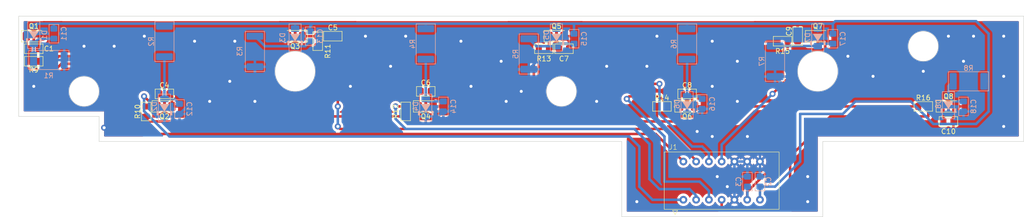
<source format=kicad_pcb>
(kicad_pcb (version 20221018) (generator pcbnew)
  (layers (0 "F.Cu" signal) (31 "B.Cu" signal) (34 "B.Paste" user) (35 "F.Paste" user) (36 "B.SilkS" user "B.Silkscreen") (37 "F.SilkS" user "F.Silkscreen") (38 "B.Mask" user) (39 "F.Mask" user) (44 "Edge.Cuts" user))
  (net 0 "")
  (net 1 "GNDA")
  (net 2 "/OUT1")
  (net 3 "/+24_LED_1")
  (net 4 "/+24_FT_1")
  (net 5 "/OUT2")
  (net 6 "/OUT3")
  (net 7 "/OUT4")
  (net 8 "/OUT5")
  (net 9 "/OUT6")
  (net 10 "/OUT7")
  (net 11 "/OUT8")
  (net 12 "Net-(D1-K)")
  (net 13 "Net-(D2-A)")
  (net 14 "Net-(D3-K)")
  (net 15 "Net-(D4-A)")
  (net 16 "Net-(D5-K)")
  (net 17 "Net-(D6-A)")
  (net 18 "Net-(D7-K)")
  (net 19 "Net-(D8-A)")
  (footprint "Diode_SMD:D_1206_3216Metric_Pad1.42x1.75mm_HandSolder" (layer "F.Cu") (at 189.0125 54)
    (fp_text reference "Q7")
    (fp_text value "PT91-21B/TR7")
  )
  (footprint "Diode_SMD:D_1206_3216Metric_Pad1.42x1.75mm_HandSolder" (layer "F.Cu") (at 85.0125 54 180)
    (fp_text reference "Q3")
    (fp_text value "PT91-21B/TR7")
  )
  (footprint "PCM_Resistor_SMD_AKL:R_0805_2012Metric_Pad1.20x1.40mm_HandSolder" (layer "F.Cu") (at 138.5 56.5)
    (fp_text reference "C7")
    (fp_text value "0.1uF 100V 0805")
  )
  (footprint "PCM_Resistor_SMD_AKL:R_0805_2012Metric_Pad1.20x1.40mm_HandSolder" (layer "F.Cu") (at 182 55)
    (fp_text reference "R15")
    (fp_text value "243 0805")
  )
  (footprint "PCM_Resistor_SMD_AKL:R_0805_2012Metric_Pad1.20x1.40mm_HandSolder" (layer "F.Cu") (at 33 56.5)
    (fp_text reference "C1")
    (fp_text value "0.1uF 100V 0805")
  )
  (footprint "PCM_Resistor_SMD_AKL:R_0805_2012Metric_Pad1.20x1.40mm_HandSolder" (layer "F.Cu") (at 107 69 90)
    (fp_text reference "R12")
    (fp_text value "243 0805")
  )
  (footprint "PCM_Resistor_SMD_AKL:R_0805_2012Metric_Pad1.20x1.40mm_HandSolder" (layer "F.Cu") (at 59 65.5)
    (fp_text reference "C4")
    (fp_text value "0.1uF 100V 0805")
  )
  (footprint "PCM_Resistor_SMD_AKL:R_0805_2012Metric_Pad1.20x1.40mm_HandSolder" (layer "F.Cu") (at 33 59 180)
    (fp_text reference "R9")
    (fp_text value "243 0805")
  )
  (footprint "PCM_Resistor_SMD_AKL:R_0805_2012Metric_Pad1.20x1.40mm_HandSolder" (layer "F.Cu") (at 55.375 69.025 90)
    (fp_text reference "R10")
    (fp_text value "243 0805")
  )
  (footprint "Diode_SMD:D_1206_3216Metric_Pad1.42x1.75mm_HandSolder" (layer "F.Cu") (at 111 68)
    (fp_text reference "Q4")
    (fp_text value "PT91-21B/TR7")
  )
  (footprint "Diode_SMD:D_1206_3216Metric_Pad1.42x1.75mm_HandSolder" (layer "F.Cu") (at 215.0125 68)
    (fp_text reference "Q8")
    (fp_text value "PT91-21B/TR7")
  )
  (footprint "PCM_Resistor_SMD_AKL:R_0805_2012Metric_Pad1.20x1.40mm_HandSolder" (layer "F.Cu") (at 163 65.5)
    (fp_text reference "C8")
    (fp_text value "0.1uF 100V 0805")
  )
  (footprint "Diode_SMD:D_1206_3216Metric_Pad1.42x1.75mm_HandSolder" (layer "F.Cu") (at 137.0125 54)
    (fp_text reference "Q5")
    (fp_text value "PT91-21B/TR7")
  )
  (footprint "PCM_Resistor_SMD_AKL:R_0805_2012Metric_Pad1.20x1.40mm_HandSolder" (layer "F.Cu") (at 158 68)
    (fp_text reference "R14")
    (fp_text value "243 0805")
  )
  (footprint "PCM_Resistor_SMD_AKL:R_0805_2012Metric_Pad1.20x1.40mm_HandSolder" (layer "F.Cu") (at 92.5 54)
    (fp_text reference "C5")
    (fp_text value "0.1uF 100V 0805")
  )
  (footprint "PCM_Resistor_SMD_AKL:R_0805_2012Metric_Pad1.20x1.40mm_HandSolder" (layer "F.Cu") (at 215 71)
    (fp_text reference "C10")
    (fp_text value "0.1uF 100V 0805")
  )
  (footprint "PCM_Resistor_SMD_AKL:R_0805_2012Metric_Pad1.20x1.40mm_HandSolder" (layer "F.Cu") (at 111 65)
    (fp_text reference "C6")
    (fp_text value "0.1uF 100V 0805")
  )
  (footprint "PCM_Resistor_SMD_AKL:R_0805_2012Metric_Pad1.20x1.40mm_HandSolder" (layer "F.Cu") (at 89.5 55 90)
    (fp_text reference "R11")
    (fp_text value "243 0805")
  )
  (footprint "Diode_SMD:D_1206_3216Metric_Pad1.42x1.75mm_HandSolder" (layer "F.Cu") (at 163.0125 68)
    (fp_text reference "Q6")
    (fp_text value "PT91-21B/TR7")
  )
  (footprint "PCM_Resistor_SMD_AKL:R_0805_2012Metric_Pad1.20x1.40mm_HandSolder" (layer "F.Cu") (at 134.5 56.5)
    (fp_text reference "R13")
    (fp_text value "243 0805")
  )
  (footprint "Diode_SMD:D_1206_3216Metric_Pad1.42x1.75mm_HandSolder" (layer "F.Cu") (at 59.0125 68)
    (fp_text reference "Q2")
    (fp_text value "PT91-21B/TR7")
  )
  (footprint "PCM_Resistor_SMD_AKL:R_0805_2012Metric_Pad1.20x1.40mm_HandSolder" (layer "F.Cu") (at 185 54 90)
    (fp_text reference "C9")
    (fp_text value "0.1uF 100V 0805")
  )
  (footprint "PCM_Resistor_SMD_AKL:R_0805_2012Metric_Pad1.20x1.40mm_HandSolder" (layer "F.Cu") (at 210 68)
    (fp_text reference "R16")
    (fp_text value "243 0805")
  )
  (footprint "Connector_IDC:DS1019-14NB2B" (layer "F.Cu") (at 162.26 79)
    (fp_text reference "J1")
    (fp_text value "DS1013-01-14RSiB-B (1)")
  )
  (footprint "Diode_SMD:D_1206_3216Metric_Pad1.42x1.75mm_HandSolder" (layer "F.Cu") (at 33.0125 54)
    (fp_text reference "Q1")
    (fp_text value "PT91-21B/TR7")
  )
  (footprint "PCM_Resistor_SMD_AKL:R_0805_2012Metric_Pad1.20x1.40mm_HandSolder" (layer "B.Cu") (at 37 53.5 -90)
    (fp_text reference "C11")
    (fp_text value "0.1uF 100V 0805")
  )
  (footprint "PCM_Resistor_SMD_AKL:R_2512_6332Metric_Pad1.40x3.35mm_HandSolder" (layer "B.Cu") (at 131.5 57.55 -90)
    (fp_text reference "R5")
    (fp_text value "122 2512")
  )
  (footprint "PCM_Diode_SMD_Handsoldering_AKL:D_MiniMELF" (layer "B.Cu") (at 215 67.75 90)
    (fp_text reference "D8")
    (fp_text value "TSML1020" hide)
  )
  (footprint "PCM_Resistor_SMD_AKL:R_0805_2012Metric_Pad1.20x1.40mm_HandSolder" (layer "B.Cu") (at 166 67.5 -90)
    (fp_text reference "C16")
    (fp_text value "0.1uF 100V 0805")
  )
  (footprint "PCM_Resistor_SMD_AKL:R_0805_2012Metric_Pad1.20x1.40mm_HandSolder" (layer "B.Cu") (at 88 54 -90)
    (fp_text reference "C13")
    (fp_text value "0.1uF 100V 0805")
  )
  (footprint "PCM_Resistor_SMD_AKL:R_2512_6332Metric_Pad1.40x3.35mm_HandSolder" (layer "B.Cu") (at 163 55.55 -90)
    (fp_text reference "R6")
    (fp_text value "122 2512")
  )
  (footprint "PCM_Diode_SMD_Handsoldering_AKL:D_MiniMELF" (layer "B.Cu") (at 163 67.75 90)
    (fp_text reference "D6")
    (fp_text value "TSML1020" hide)
  )
  (footprint "PCM_Diode_SMD_Handsoldering_AKL:D_MiniMELF" (layer "B.Cu") (at 111 68.25 90)
    (fp_text reference "D4")
    (fp_text value "TSML1020" hide)
  )
  (footprint "PCM_Resistor_SMD_AKL:R_0805_2012Metric_Pad1.20x1.40mm_HandSolder" (layer "B.Cu") (at 192 54.5 -90)
    (fp_text reference "C17")
    (fp_text value "0.1uF 100V 0805")
  )
  (footprint "PCM_Resistor_SMD_AKL:R_0805_2012Metric_Pad1.20x1.40mm_HandSolder" (layer "B.Cu") (at 218 68 -90)
    (fp_text reference "C18")
    (fp_text value "0.1uF 100V 0805")
  )
  (footprint "PCM_Resistor_SMD_AKL:R_0805_2012Metric_Pad1.20x1.40mm_HandSolder" (layer "B.Cu") (at 62 68.5 -90)
    (fp_text reference "C12")
    (fp_text value "0.1uF 100V 0805")
  )
  (footprint "PCM_Resistor_SMD_AKL:R_2512_6332Metric_Pad1.40x3.35mm_HandSolder" (layer "B.Cu") (at 219 63 180)
    (fp_text reference "R8")
    (fp_text value "122 2512")
  )
  (footprint "PCM_Resistor_SMD_AKL:R_0805_2012Metric_Pad1.20x1.40mm_HandSolder" (layer "B.Cu") (at 175 83 90)
    (fp_text reference "C3")
    (fp_text value "0.1uF 100V 0805")
  )
  (footprint "PCM_Resistor_SMD_AKL:R_2512_6332Metric_Pad1.40x3.35mm_HandSolder" (layer "B.Cu") (at 180.5 59 -90)
    (fp_text reference "R7")
    (fp_text value "122 2512")
  )
  (footprint "PCM_Resistor_SMD_AKL:R_0805_2012Metric_Pad1.20x1.40mm_HandSolder" (layer "B.Cu") (at 177.5 83 90)
    (fp_text reference "C2")
    (fp_text value "0.1uF 100V 0805")
  )
  (footprint "PCM_Resistor_SMD_AKL:R_2512_6332Metric_Pad1.40x3.35mm_HandSolder" (layer "B.Cu") (at 59 55.05 -90)
    (fp_text reference "R2")
    (fp_text value "122 2512")
  )
  (footprint "PCM_Resistor_SMD_AKL:R_2512_6332Metric_Pad1.40x3.35mm_HandSolder" (layer "B.Cu") (at 36 58.75)
    (fp_text reference "R1")
    (fp_text value "122 2512")
  )
  (footprint "PCM_Diode_SMD_Handsoldering_AKL:D_MiniMELF" (layer "B.Cu") (at 59 68.25 90)
    (fp_text reference "D2")
    (fp_text value "TSML1020" hide)
  )
  (footprint "PCM_Diode_SMD_Handsoldering_AKL:D_MiniMELF" (layer "B.Cu") (at 137 54.25 90)
    (fp_text reference "D5")
    (fp_text value "TSML1020" hide)
  )
  (footprint "PCM_Resistor_SMD_AKL:R_2512_6332Metric_Pad1.40x3.35mm_HandSolder" (layer "B.Cu") (at 111 55.55 -90)
    (fp_text reference "R4")
    (fp_text value "122 2512")
  )
  (footprint "PCM_Diode_SMD_Handsoldering_AKL:D_MiniMELF" (layer "B.Cu") (at 33 53.75 90)
    (fp_text reference "D1")
    (fp_text value "TSML1020" hide)
  )
  (footprint "PCM_Resistor_SMD_AKL:R_0805_2012Metric_Pad1.20x1.40mm_HandSolder" (layer "B.Cu") (at 140.5 54.5 -90)
    (fp_text reference "C15")
    (fp_text value "0.1uF 100V 0805")
  )
  (footprint "PCM_Diode_SMD_Handsoldering_AKL:D_MiniMELF" (layer "B.Cu") (at 189 54.25 90)
    (fp_text reference "D7")
    (fp_text value "TSML1020" hide)
  )
  (footprint "PCM_Diode_SMD_Handsoldering_AKL:D_MiniMELF" (layer "B.Cu") (at 85 54.25 90)
    (fp_text reference "D3")
    (fp_text value "TSML1020" hide)
  )
  (footprint "PCM_Resistor_SMD_AKL:R_2512_6332Metric_Pad1.40x3.35mm_HandSolder" (layer "B.Cu") (at 77 57.05 -90)
    (fp_text reference "R3")
    (fp_text value "122 2512")
  )
  (footprint "PCM_Resistor_SMD_AKL:R_0805_2012Metric_Pad1.20x1.40mm_HandSolder" (layer "B.Cu") (at 114.5 68 -90)
    (fp_text reference "C14")
    (fp_text value "0.1uF 100V 0805")
  )
  (gr_line (start 30 70) (end 30 50) (stroke (width 0.1)) (layer "Edge.Cuts"))
  (gr_line (start 230 50) (end 230 75) (stroke (width 0.1)) (layer "Edge.Cuts"))
  (gr_line (start 190 75) (end 190 90) (stroke (width 0.1)) (layer "Edge.Cuts"))
  (gr_line (start 30 70) (end 46 70) (stroke (width 0.1)) (layer "Edge.Cuts"))
  (gr_line (start 46 70) (end 46 75) (stroke (width 0.1)) (layer "Edge.Cuts"))
  (gr_circle (center 43 65) (end 46 65) (stroke (width 0.1)) (fill none) (layer "Edge.Cuts"))
  (gr_circle (center 189 61) (end 193 61) (stroke (width 0.1)) (fill none) (layer "Edge.Cuts"))
  (gr_circle (center 138 65) (end 141 65) (stroke (width 0.1)) (fill none) (layer "Edge.Cuts"))
  (gr_line (start 30 50) (end 230 50) (stroke (width 0.1)) (layer "Edge.Cuts"))
  (gr_line (start 150 75) (end 46 75) (stroke (width 0.1)) (layer "Edge.Cuts"))
  (gr_circle (center 210 56) (end 213 56) (stroke (width 0.1)) (fill none) (layer "Edge.Cuts"))
  (gr_line (start 230 75) (end 190 75) (stroke (width 0.1)) (layer "Edge.Cuts"))
  (gr_circle (center 85 61) (end 89 61) (stroke (width 0.1)) (fill none) (layer "Edge.Cuts"))
  (gr_line (start 150 90) (end 150 75) (stroke (width 0.1)) (layer "Edge.Cuts"))
  (gr_line (start 190 90) (end 150 90) (stroke (width 0.1)) (layer "Edge.Cuts"))
  (segment (start 216 68.5) (end 216.5 68) (width 0.5) (layer "F.Cu") (net 1))
  (segment (start 190.5 51.5) (end 194 51.5) (width 1) (layer "F.Cu") (net 1))
  (segment (start 164 65.5) (end 164 64) (width 0.5) (layer "F.Cu") (net 1))
  (segment (start 185 53) (end 185 51.5) (width 0.5) (layer "F.Cu") (net 1))
  (segment (start 83.525 54) (end 83.525 51.525) (width 0.5) (layer "F.Cu") (net 1))
  (segment (start 97 59.5) (end 100.5 63) (width 1) (layer "F.Cu") (net 1))
  (segment (start 176.5 51.5) (end 185 51.5) (width 1) (layer "F.Cu") (net 1))
  (segment (start 60 65.5) (end 60 64) (width 0.5) (layer "F.Cu") (net 1))
  (segment (start 93.5 52) (end 93 51.5) (width 0.5) (layer "F.Cu") (net 1))
  (segment (start 67 57) (end 76.5 57) (width 1) (layer "F.Cu") (net 1))
  (segment (start 215.5 64.5) (end 216.5 65.5) (width 1) (layer "F.Cu") (net 1))
  (segment (start 34.5 52) (end 34.5 54) (width 1) (layer "F.Cu") (net 1))
  (segment (start 112 63) (end 116 63) (width 1) (layer "F.Cu") (net 1))
  (segment (start 127.5 51.5) (end 138.5 51.5) (width 1) (layer "F.Cu") (net 1))
  (segment (start 139.5 55) (end 138.5 54) (width 0.5) (layer "F.Cu") (net 1))
  (segment (start 216 71) (end 216 68.5) (width 0.5) (layer "F.Cu") (net 1))
  (segment (start 207 64.5) (end 215.5 64.5) (width 1) (layer "F.Cu") (net 1))
  (segment (start 100.5 63) (end 112 63) (width 1) (layer "F.Cu") (net 1))
  (segment (start 164 67.5) (end 164.5 68) (width 0.5) (layer "F.Cu") (net 1))
  (segment (start 34 54.5) (end 34.5 54) (width 0.5) (layer "F.Cu") (net 1))
  (segment (start 60.5 68) (end 60.5 66) (width 0.5) (layer "F.Cu") (net 1))
  (segment (start 34 56.5) (end 34 54.5) (width 0.5) (layer "F.Cu") (net 1))
  (segment (start 142 51.5) (end 146 55.5) (width 1) (layer "F.Cu") (net 1))
  (segment (start 50.5 54.5) (end 41.5 54.5) (width 1) (layer "F.Cu") (net 1))
  (segment (start 185 51.5) (end 190.5 51.5) (width 1) (layer "F.Cu") (net 1))
  (segment (start 60 64) (end 67 57) (width 1) (layer "F.Cu") (net 1))
  (segment (start 93.5 54) (end 93.5 52) (width 0.5) (layer "F.Cu") (net 1))
  (segment (start 93 51.5) (end 97 51.5) (width 1) (layer "F.Cu") (net 1))
  (segment (start 164 64) (end 176.5 51.5) (width 1) (layer "F.Cu") (net 1))
  (segment (start 190.5 55) (end 190.5 51.5) (width 0.5) (layer "F.Cu") (net 1))
  (segment (start 112 65) (end 112 67.5125) (width 0.5) (layer "F.Cu") (net 1))
  (segment (start 83.525 51.525) (end 83.5 51.5) (width 0.5) (layer "F.Cu") (net 1))
  (segment (start 60.5 66) (end 60 65.5) (width 0.5) (layer "F.Cu") (net 1))
  (segment (start 97 51.5) (end 97 59.5) (width 1) (layer "F.Cu") (net 1))
  (segment (start 82 51.5) (end 83.5 51.5) (width 1) (layer "F.Cu") (net 1))
  (segment (start 76.5 57) (end 82 51.5) (width 1) (layer "F.Cu") (net 1))
  (segment (start 41.5 54.5) (end 38.5 51.5) (width 1) (layer "F.Cu") (net 1))
  (segment (start 138.5 54) (end 138.5 51.5) (width 0.5) (layer "F.Cu") (net 1))
  (segment (start 139.5 56.5) (end 139.5 55) (width 0.5) (layer "F.Cu") (net 1))
  (segment (start 138.5 51.5) (end 142 51.5) (width 1) (layer "F.Cu") (net 1))
  (segment (start 146 55.5) (end 155.5 55.5) (width 1) (layer "F.Cu") (net 1))
  (segment (start 155.5 55.5) (end 164 64) (width 1) (layer "F.Cu") (net 1))
  (segment (start 194 51.5) (end 207 64.5) (width 1) (layer "F.Cu") (net 1))
  (segment (start 216.5 65.5) (end 216.5 68) (width 1) (layer "F.Cu") (net 1))
  (segment (start 38.5 51.5) (end 35 51.5) (width 1) (layer "F.Cu") (net 1))
  (segment (start 116 63) (end 127.5 51.5) (width 1) (layer "F.Cu") (net 1))
  (segment (start 83.5 51.5) (end 93 51.5) (width 1) (layer "F.Cu") (net 1))
  (segment (start 35 51.5) (end 34.5 52) (width 1) (layer "F.Cu") (net 1))
  (segment (start 112 63) (end 112 65) (width 0.5) (layer "F.Cu") (net 1))
  (segment (start 164 65.5) (end 164 67.5) (width 0.5) (layer "F.Cu") (net 1))
  (segment (start 60 64) (end 50.5 54.5) (width 1) (layer "F.Cu") (net 1))
  (segment (start 112 67.5125) (end 112.4875 68) (width 0.5) (layer "F.Cu") (net 1))
  (via (at 226 62) (size 1.2) (drill 0.6) (layers "F.Cu" "B.Cu") (net 1))
  (via (at 220 54) (size 1.2) (drill 0.6) (layers "F.Cu" "B.Cu") (net 1))
  (via (at 168 55) (size 1.2) (drill 0.6) (layers "F.Cu" "B.Cu") (net 1))
  (via (at 165 73) (size 1.2) (drill 0.6) (layers "F.Cu" "B.Cu") (net 1))
  (via (at 118 55) (size 1.2) (drill 0.6) (layers "F.Cu" "B.Cu") (net 1))
  (via (at 120 64) (size 1.2) (drill 0.6) (layers "F.Cu" "B.Cu") (net 1))
  (via (at 187 87) (size 1.2) (drill 0.6) (layers "F.Cu" "B.Cu") (net 1))
  (via (at 96 64) (size 1.2) (drill 0.6) (layers "F.Cu" "B.Cu") (net 1))
  (via (at 99 54) (size 1.2) (drill 0.6) (layers "F.Cu" "B.Cu") (net 1))
  (via (at 218 59) (size 1.2) (drill 0.6) (layers "F.Cu" "B.Cu") (net 1))
  (via (at 107 54) (size 1.2) (drill 0.6) (layers "F.Cu" "B.Cu") (net 1))
  (via (at 145 67) (size 1.2) (drill 0.6) (layers "F.Cu" "B.Cu") (net 1))
  (via (at 72 63) (size 1.2) (drill 0.6) (layers "F.Cu" "B.Cu") (net 1))
  (via (at 226 72) (size 1.2) (drill 0.6) (layers "F.Cu" "B.Cu") (net 1))
  (via (at 171 84) (size 1.2) (drill 0.6) (layers "F.Cu" "B.Cu") (net 1))
  (via (at 195 58) (size 1.2) (drill 0.6) (layers "F.Cu" "B.Cu") (net 1))
  (via (at 127 67) (size 1.2) (drill 0.6) (layers "F.Cu" "B.Cu") (net 1))
  (via (at 126 59) (size 1.2) (drill 0.6) (layers "F.Cu" "B.Cu") (net 1))
  (via (at 55 54) (size 1.2) (drill 0.6) (layers "F.Cu" "B.Cu") (net 1))
  (via (at 73 55) (size 1.2) (drill 0.6) (layers "F.Cu" "B.Cu") (net 1))
  (via (at 173 67) (size 1.2) (drill 0.6) (layers "F.Cu" "B.Cu") (net 1))
  (via (at 47 72.25) (size 1.2) (drill 0.6) (layers "F.Cu" "B.Cu") (net 1))
  (via (at 49 56) (size 1.2) (drill 0.6) (layers "F.Cu" "B.Cu") (net 1))
  (via (at 215 54) (size 1.2) (drill 0.6) (layers "F.Cu" "B.Cu") (net 1))
  (via (at 130 65) (size 1.2) (drill 0.6) (layers "F.Cu" "B.Cu") (net 1))
  (via (at 157 54) (size 1.2) (drill 0.6) (layers "F.Cu" "B.Cu") (net 1))
  (via (at 77 67) (size 1.2) (drill 0.6) (layers "F.Cu" "B.Cu") (net 1))
  (via (at 226 54) (size 1.2) (drill 0.6) (layers "F.Cu" "B.Cu") (net 1))
  (via (at 153 87) (size 1.2) (drill 0.6) (layers "F.Cu" "B.Cu") (net 1))
  (via (at 147 60) (size 1.2) (drill 0.6) (layers "F.Cu" "B.Cu") (net 1))
  (via (at 168 64) (size 1.2) (drill 0.6) (layers "F.Cu" "B.Cu") (net 1))
  (via (at 65 55) (size 1.2) (drill 0.6) (layers "F.Cu" "B.Cu") (net 1))
  (via (at 173 59) (size 1.2) (drill 0.6) (layers "F.Cu" "B.Cu") (net 1))
  (via (at 168 74) (size 1.2) (drill 0.6) (layers "F.Cu" "B.Cu") (net 1))
  (via (at 175 74) (size 1.2) (drill 0.6) (layers "F.Cu" "B.Cu") (net 1))
  (via (at 155 60) (size 1.2) (drill 0.6) (layers "F.Cu" "B.Cu") (net 1))
  (via (at 210 61) (size 1.2) (drill 0.6) (layers "F.Cu" "B.Cu") (net 1))
  (via (at 33 64) (size 1.2) (drill 0.6) (layers "F.Cu" "B.Cu") (net 1))
  (via (at 68 67) (size 1.2) (drill 0.6) (layers "F.Cu" "B.Cu") (net 1))
  (via (at 169 82) (size 1.2) (drill 0.6) (layers "F.Cu" "B.Cu") (net 1))
  (via (at 104 60) (size 1.2) (drill 0.6) (layers "F.Cu" "B.Cu") (net 1))
  (via (at 200 62) (size 1.2) (drill 0.6) (layers "F.Cu" "B.Cu") (net 1))
  (via (at 187 82) (size 1.2) (drill 0.6) (layers "F.Cu" "B.Cu") (net 1))
  (via (at 43 56) (size 1.2) (drill 0.6) (layers "F.Cu" "B.Cu") (net 1))
  (segment (start 114.5 69) (end 115.5 69) (width 0.5) (layer "B.Cu") (net 1))
  (segment (start 172.42 79) (end 172.42 86.62) (width 0.5) (layer "B.Cu") (net 1))
  (segment (start 76.9 60) (end 77 60.1) (width 0.5) (layer "B.Cu") (net 1))
  (segment (start 66.5 62) (end 68.5 60) (width 0.5) (layer "B.Cu") (net 1))
  (segment (start 61.5 70) (end 62 69.5) (width 0.5) (layer "B.Cu") (net 1))
  (segment (start 180.5 62.05) (end 184.975 66.525) (width 0.5) (layer "B.Cu") (net 1))
  (segment (start 185.95 67.5) (end 193.5 67.5) (width 0.5) (layer "B.Cu") (net 1))
  (segment (start 173.95 62.05) (end 180.5 62.05) (width 0.5) (layer "B.Cu") (net 1))
  (segment (start 215 69.5) (end 217.5 69.5) (width 0.5) (layer "B.Cu") (net 1))
  (segment (start 167.5 68.5) (end 173.95 62.05) (width 0.5) (layer "B.Cu") (net 1))
  (segment (start 107.5 66.5) (end 111 70) (width 0.5) (layer "B.Cu") (net 1))
  (segment (start 213.5 69.5) (end 215 69.5) (width 0.5) (layer "B.Cu") (net 1))
  (segment (start 57.5 70) (end 59 70) (width 0.5) (layer "B.Cu") (net 1))
  (segment (start 117 67.5) (end 122.5 67.5) (width 0.5) (layer "B.Cu") (net 1))
  (segment (start 177.5 79) (end 177.5 74) (width 0.5) (layer "B.Cu") (net 1))
  (segment (start 115.5 69) (end 117 67.5) (width 0.5) (layer "B.Cu") (net 1))
  (segment (start 163 69.5) (end 165 69.5) (width 0.5) (layer "B.Cu") (net 1))
  (segment (start 196 65) (end 209 65) (width 0.5) (layer "B.Cu") (net 1))
  (segment (start 162 69.5) (end 163 69.5) (width 0.5) (layer "B.Cu") (net 1))
  (segment (start 160 67.5) (end 162 69.5) (width 0.5) (layer "B.Cu") (net 1))
  (segment (start 57 61) (end 57 69.5) (width 0.5) (layer "B.Cu") (net 1))
  (segment (start 122.5 67.5) (end 129.4 60.6) (width 0.5) (layer "B.Cu") (net 1))
  (segment (start 175 82) (end 175 79.04) (width 0.5) (layer "B.Cu") (net 1))
  (segment (start 177.5 79) (end 177.5 82) (width 0.5) (layer "B.Cu") (net 1))
  (segment (start 66.5 65) (end 66.5 62) (width 0.5) (layer "B.Cu") (net 1))
  (segment (start 68.5 60) (end 76.9 60) (width 0.5) (layer "B.Cu") (net 1))
  (segment (start 39.05 58.5) (end 54.5 58.5) (width 0.5) (layer "B.Cu") (net 1))
  (segment (start 111 70) (end 113.5 70) (width 0.5) (layer "B.Cu") (net 1))
  (segment (start 209 65) (end 213.5 69.5) (width 0.5) (layer "B.Cu") (net 1))
  (segment (start 54.5 58.5) (end 57 61) (width 0.5) (layer "B.Cu") (net 1))
  (segment (start 113.5 70) (end 114.5 69) (width 0.5) (layer "B.Cu") (net 1))
  (segment (start 80.5 66.5) (end 107.5 66.5) (width 0.5) (layer "B.Cu") (net 1))
  (segment (start 172.42 79) (end 174.96 79) (width 0.5) (layer "B.Cu") (net 1))
  (segment (start 131.5 60.6) (end 133.6 58.5) (width 0.5) (layer "B.Cu") (net 1))
  (segment (start 159 58.5) (end 160 59.5) (width 0.5) (layer "B.Cu") (net 1))
  (segment (start 166 68.5) (end 167.5 68.5) (width 0.5) (layer "B.Cu") (net 1))
  (segment (start 175 79.04) (end 174.96 79) (width 0.5) (layer "B.Cu") (net 1))
  (segment (start 184.975 66.525) (end 185.95 67.5) (width 0.5) (layer "B.Cu") (net 1))
  (segment (start 129.4 60.6) (end 131.5 60.6) (width 0.5) (layer "B.Cu") (net 1))
  (segment (start 77 63) (end 80.5 66.5) (width 0.5) (layer "B.Cu") (net 1))
  (segment (start 133.6 58.5) (end 159 58.5) (width 0.5) (layer "B.Cu") (net 1))
  (segment (start 177.5 74) (end 184.975 66.525) (width 0.5) (layer "B.Cu") (net 1))
  (segment (start 217.5 69.5) (end 218 69) (width 0.5) (layer "B.Cu") (net 1))
  (segment (start 62 69.5) (end 66.5 65) (width 0.5) (layer "B.Cu") (net 1))
  (segment (start 59 70) (end 61.5 70) (width 0.5) (layer "B.Cu") (net 1))
  (segment (start 57 69.5) (end 57.5 70) (width 0.5) (layer "B.Cu") (net 1))
  (segment (start 165 69.5) (end 166 68.5) (width 0.5) (layer "B.Cu") (net 1))
  (segment (start 77 60.1) (end 77 63) (width 0.5) (layer "B.Cu") (net 1))
  (segment (start 160 59.5) (end 160 67.5) (width 0.5) (layer "B.Cu") (net 1))
  (segment (start 193.5 67.5) (end 196 65) (width 0.5) (layer "B.Cu") (net 1))
  (segment (start 32 59) (end 34 61) (width 0.5) (layer "F.Cu") (net 2))
  (segment (start 38.494975 59.5) (end 46.5 59.5) (width 0.5) (layer "F.Cu") (net 2))
  (segment (start 50 68) (end 55.5 73.5) (width 0.5) (layer "F.Cu") (net 2))
  (segment (start 34 61) (end 36.994975 61) (width 0.5) (layer "F.Cu") (net 2))
  (segment (start 36.994975 61) (end 38.494975 59.5) (width 0.5) (layer "F.Cu") (net 2))
  (segment (start 46.5 59.5) (end 50 63) (width 0.5) (layer "F.Cu") (net 2))
  (segment (start 50 63) (end 50 68) (width 0.5) (layer "F.Cu") (net 2))
  (segment (start 31.525 54) (end 31.525 56.025) (width 0.5) (layer "F.Cu") (net 2))
  (segment (start 31.525 56.025) (end 32 56.5) (width 0.5) (layer "F.Cu") (net 2))
  (segment (start 156.76 73.5) (end 162.26 79) (width 0.5) (layer "F.Cu") (net 2))
  (segment (start 55.5 73.5) (end 156.76 73.5) (width 0.5) (layer "F.Cu") (net 2))
  (segment (start 32 56.5) (end 32 59) (width 0.5) (layer "F.Cu") (net 2))
  (segment (start 223 63) (end 223 53.5) (width 0.5) (layer "B.Cu") (net 3))
  (segment (start 85 51.5) (end 88.5 51.5) (width 0.5) (layer "B.Cu") (net 3))
  (segment (start 220.5 71.5) (end 223 69) (width 0.5) (layer "B.Cu") (net 3))
  (segment (start 192.5 51) (end 192 51.5) (width 0.5) (layer "B.Cu") (net 3))
  (segment (start 196.5 67) (end 207.5 67) (width 0.5) (layer "B.Cu") (net 3))
  (segment (start 180.5 84) (end 185.5 79) (width 0.5) (layer "B.Cu") (net 3))
  (segment (start 207.5 67) (end 212 71.5) (width 0.5) (layer "B.Cu") (net 3))
  (segment (start 212 71.5) (end 220.5 71.5) (width 0.5) (layer "B.Cu") (net 3))
  (segment (start 222.05 63) (end 223 63) (width 0.5) (layer "B.Cu") (net 3))
  (segment (start 192 53.5) (end 192 51.5) (width 0.5) (layer "B.Cu") (net 3))
  (segment (start 37 52.5) (end 37 51.5) (width 0.5) (layer "B.Cu") (net 3))
  (segment (start 140.5 53.5) (end 140.5 51.5) (width 0.5) (layer "B.Cu") (net 3))
  (segment (start 185.5 79) (end 185.5 69.5) (width 0.5) (layer "B.Cu") (net 3))
  (segment (start 85 52.5) (end 85 51.5) (width 0.5) (layer "B.Cu") (net 3))
  (segment (start 88 52) (end 88.5 51.5) (width 0.5) (layer "B.Cu") (net 3))
  (segment (start 111 52.5) (end 111 51.5) (width 0.5) (layer "B.Cu") (net 3))
  (segment (start 177.5 84) (end 180.5 84) (width 0.5) (layer "B.Cu") (net 3))
  (segment (start 88.5 51.5) (end 111 51.5) (width 0.5) (layer "B.Cu") (net 3))
  (segment (start 194 69.5) (end 196.5 67) (width 0.5) (layer "B.Cu") (net 3))
  (segment (start 33.5 51.5) (end 37 51.5) (width 0.5) (layer "B.Cu") (net 3))
  (segment (start 223 69) (end 223 63) (width 0.5) (layer "B.Cu") (net 3))
  (segment (start 163 52.5) (end 163 51.5) (width 0.5) (layer "B.Cu") (net 3))
  (segment (start 163 51.5) (end 189 51.5) (width 0.5) (layer "B.Cu") (net 3))
  (segment (start 185.5 69.5) (end 194 69.5) (width 0.5) (layer "B.Cu") (net 3))
  (segment (start 177.5 86.62) (end 177.5 84) (width 0.5) (layer "B.Cu") (net 3))
  (segment (start 220.5 51) (end 192.5 51) (width 0.5) (layer "B.Cu") (net 3))
  (segment (start 223 53.5) (end 220.5 51) (width 0.5) (layer "B.Cu") (net 3))
  (segment (start 111 51.5) (end 137 51.5) (width 0.5) (layer "B.Cu") (net 3))
  (segment (start 189 53) (end 189 51.5) (width 0.5) (layer "B.Cu") (net 3))
  (segment (start 88 53) (end 88 52) (width 0.5) (layer "B.Cu") (net 3))
  (segment (start 33 52) (end 33.5 51.5) (width 0.5) (layer "B.Cu") (net 3))
  (segment (start 37 51.5) (end 85 51.5) (width 0.5) (layer "B.Cu") (net 3))
  (segment (start 137 52.5) (end 137 51.5) (width 0.5) (layer "B.Cu") (net 3))
  (segment (start 137 51.5) (end 140.5 51.5) (width 0.5) (layer "B.Cu") (net 3))
  (segment (start 140.5 51.5) (end 163 51.5) (width 0.5) (layer "B.Cu") (net 3))
  (segment (start 189 51.5) (end 192 51.5) (width 0.5) (layer "B.Cu") (net 3))
  (segment (start 133 70.5) (end 107.5 70.5) (width 0.5) (layer "F.Cu") (net 4))
  (segment (start 91 57) (end 91 70) (width 0.5) (layer "F.Cu") (net 4))
  (segment (start 107.5 70.5) (end 107 70) (width 0.5) (layer "F.Cu") (net 4))
  (segment (start 132.5 70.5) (end 133 70.5) (width 0.5) (layer "F.Cu") (net 4))
  (segment (start 173 71) (end 133.5 71) (width 0.5) (layer "F.Cu") (net 4))
  (segment (start 209 68) (end 180 68) (width 0.5) (layer "F.Cu") (net 4))
  (segment (start 132.5 57.5) (end 132.5 70.5) (width 0.5) (layer "F.Cu") (net 4))
  (segment (start 180 68) (end 176 68) (width 0.5) (layer "F.Cu") (net 4))
  (segment (start 90 56) (end 91 57) (width 0.5) (layer "F.Cu") (net 4))
  (segment (start 174.96 85.04) (end 180 80) (width 0.5) (layer "F.Cu") (net 4))
  (segment (start 157 68) (end 157 71) (width 0.5) (layer "F.Cu") (net 4))
  (segment (start 53 68.25) (end 55.75 71) (width 0.5) (layer "F.Cu") (net 4))
  (segment (start 133.5 56.5) (end 132.5 57.5) (width 0.5) (layer "F.Cu") (net 4))
  (segment (start 92.5 70) (end 107 70) (width 0.5) (layer "F.Cu") (net 4))
  (segment (start 38 58) (end 48.98995 58) (width 0.5) (layer "F.Cu") (net 4))
  (segment (start 180 80) (end 180 68) (width 0.5) (layer "F.Cu") (net 4))
  (segment (start 174.96 86.62) (end 174.96 85.04) (width 0.5) (layer "F.Cu") (net 4))
  (segment (start 177 55) (end 181 55) (width 0.5) (layer "F.Cu") (net 4))
  (segment (start 53 62.01005) (end 53 68.25) (width 0.5) (layer "F.Cu") (net 4))
  (segment (start 89.5 56) (end 90 56) (width 0.5) (layer "F.Cu") (net 4))
  (segment (start 91 70) (end 92.5 70) (width 0.5) (layer "F.Cu") (net 4))
  (segment (start 48.98995 58) (end 53 62.01005) (width 0.5) (layer "F.Cu") (net 4))
  (segment (start 34 59) (end 37 59) (width 0.5) (layer "F.Cu") (net 4))
  (segment (start 133.5 71) (end 133 70.5) (width 0.5) (layer "F.Cu") (net 4))
  (segment (start 37 59) (end 38 58) (width 0.5) (layer "F.Cu") (net 4))
  (segment (start 176 68) (end 176 56) (width 0.5) (layer "F.Cu") (net 4))
  (segment (start 176 68) (end 173 71) (width 0.5) (layer "F.Cu") (net 4))
  (segment (start 55.75 71) (end 90 71) (width 0.5) (layer "F.Cu") (net 4))
  (segment (start 176 56) (end 177 55) (width 0.5) (layer "F.Cu") (net 4))
  (segment (start 90 71) (end 91 70) (width 0.5) (layer "F.Cu") (net 4))
  (segment (start 175 84) (end 175 86.58) (width 0.5) (layer "B.Cu") (net 4))
  (segment (start 175 86.58) (end 174.96 86.62) (width 0.5) (layer "B.Cu") (net 4))
  (segment (start 57.525 65.975) (end 58 65.5) (width 0.5) (layer "F.Cu") (net 5))
  (segment (start 57.525 68) (end 57.525 65.975) (width 0.5) (layer "F.Cu") (net 5))
  (segment (start 56.9505 68) (end 57.525 68) (width 0.5) (layer "F.Cu") (net 5))
  (segment (start 58 68.475) (end 57.525 68) (width 0.5) (layer "F.Cu") (net 5))
  (segment (start 54.9505 66) (end 56.9505 68) (width 0.5) (layer "F.Cu") (net 5))
  (via (at 54.9505 66) (size 1.2) (drill 0.6) (layers "F.Cu" "B.Cu") (net 5))
  (segment (start 153.5 76) (end 153.5 84) (width 0.5) (layer "B.Cu") (net 5))
  (segment (start 54.9505 68.9505) (end 60 74) (width 0.5) (layer "B.Cu") (net 5))
  (segment (start 153.5 84) (end 156.12 86.62) (width 0.5) (layer "B.Cu") (net 5))
  (segment (start 54.9505 66) (end 54.9505 68.9505) (width 0.5) (layer "B.Cu") (net 5))
  (segment (start 151.5 74) (end 153.5 76) (width 0.5) (layer "B.Cu") (net 5))
  (segment (start 156.12 86.62) (end 162.26 86.62) (width 0.5) (layer "B.Cu") (net 5))
  (segment (start 60 74) (end 151.5 74) (width 0.5) (layer "B.Cu") (net 5))
  (segment (start 91.5 54) (end 89.5 54) (width 0.5) (layer "F.Cu") (net 6))
  (segment (start 93.5 56) (end 91.5 54) (width 0.5) (layer "F.Cu") (net 6))
  (segment (start 158.5 72.5) (end 164.8 78.8) (width 0.5) (layer "F.Cu") (net 6))
  (segment (start 86.5 54) (end 89.5 54) (width 0.5) (layer "F.Cu") (net 6))
  (segment (start 164.8 78.8) (end 164.8 79) (width 0.5) (layer "F.Cu") (net 6))
  (segment (start 94 72.5) (end 158.5 72.5) (width 0.5) (layer "F.Cu") (net 6))
  (segment (start 93.5 68) (end 93.5 56) (width 0.5) (layer "F.Cu") (net 6))
  (segment (start 93.5 72) (end 94 72.5) (width 0.5) (layer "F.Cu") (net 6))
  (via (at 93.5 72) (size 1.2) (drill 0.6) (layers "F.Cu" "B.Cu") (net 6))
  (via (at 93.5 68) (size 1.2) (drill 0.6) (layers "F.Cu" "B.Cu") (net 6))
  (segment (start 93.5 68) (end 93.5 72) (width 0.5) (layer "B.Cu") (net 6))
  (segment (start 107 68) (end 109.5125 68) (width 0.5) (layer "F.Cu") (net 7))
  (segment (start 105 68) (end 107 68) (width 0.5) (layer "F.Cu") (net 7))
  (segment (start 109.5125 65.5125) (end 109.5125 68) (width 0.5) (layer "F.Cu") (net 7))
  (segment (start 109.5 65.5) (end 109.5125 65.5125) (width 0.5) (layer "F.Cu") (net 7))
  (segment (start 110 65) (end 109.5 65.5) (width 0.5) (layer "F.Cu") (net 7))
  (via (at 105 68) (size 1.2) (drill 0.6) (layers "F.Cu" "B.Cu") (net 7))
  (segment (start 155.5 75.5) (end 155.5 82.5) (width 0.5) (layer "B.Cu") (net 7))
  (segment (start 152.5 72.5) (end 155.5 75.5) (width 0.5) (layer "B.Cu") (net 7))
  (segment (start 107 72.5) (end 152.5 72.5) (width 0.5) (layer "B.Cu") (net 7))
  (segment (start 155.5 82.5) (end 157.5 84.5) (width 0.5) (layer "B.Cu") (net 7))
  (segment (start 105 68) (end 105 70.5) (width 0.5) (layer "B.Cu") (net 7))
  (segment (start 163.5 84.5) (end 164.8 85.8) (width 0.5) (layer "B.Cu") (net 7))
  (segment (start 157.5 84.5) (end 163.5 84.5) (width 0.5) (layer "B.Cu") (net 7))
  (segment (start 164.8 85.8) (end 164.8 86.62) (width 0.5) (layer "B.Cu") (net 7))
  (segment (start 105 70.5) (end 107 72.5) (width 0.5) (layer "B.Cu") (net 7))
  (segment (start 135.525 56.475) (end 135.5 56.5) (width 0.5) (layer "F.Cu") (net 8))
  (segment (start 144.5 63.5) (end 157.5 63.5) (width 0.5) (layer "F.Cu") (net 8))
  (segment (start 135.525 54) (end 135.525 56.475) (width 0.5) (layer "F.Cu") (net 8))
  (segment (start 135.5 56.5) (end 137.5 56.5) (width 0.5) (layer "F.Cu") (net 8))
  (segment (start 137.5 56.5) (end 144.5 63.5) (width 0.5) (layer "F.Cu") (net 8))
  (via (at 157.5 63.5) (size 1.2) (drill 0.6) (layers "F.Cu" "B.Cu") (net 8))
  (segment (start 167.34 77.34) (end 167.34 79) (width 0.5) (layer "B.Cu") (net 8))
  (segment (start 157.5 69.5) (end 164 76) (width 0.5) (layer "B.Cu") (net 8))
  (segment (start 164 76) (end 166 76) (width 0.5) (layer "B.Cu") (net 8))
  (segment (start 157.5 63.5) (end 157.5 69.5) (width 0.5) (layer "B.Cu") (net 8))
  (segment (start 166 76) (end 167.34 77.34) (width 0.5) (layer "B.Cu") (net 8))
  (segment (start 159 68) (end 161.525 68) (width 0.5) (layer "F.Cu") (net 9))
  (segment (start 151 66.5) (end 151.5 66) (width 0.5) (layer "F.Cu") (net 9))
  (segment (start 162 65.5) (end 161.5 66) (width 0.5) (layer "F.Cu") (net 9))
  (segment (start 161.5 66) (end 161.525 66.025) (width 0.5) (layer "F.Cu") (net 9))
  (segment (start 161.525 66.025) (end 161.525 68) (width 0.5) (layer "F.Cu") (net 9))
  (segment (start 151.5 66) (end 157.5 66) (width 0.5) (layer "F.Cu") (net 9))
  (segment (start 157.5 66) (end 159 67.5) (width 0.5) (layer "F.Cu") (net 9))
  (segment (start 159 67.5) (end 159 68) (width 0.5) (layer "F.Cu") (net 9))
  (via (at 151 66.5) (size 1.2) (drill 0.6) (layers "F.Cu" "B.Cu") (net 9))
  (segment (start 158.5 74) (end 158.5 83) (width 0.5) (layer "B.Cu") (net 9))
  (segment (start 165.5 83) (end 167.34 84.84) (width 0.5) (layer "B.Cu") (net 9))
  (segment (start 151 66.5) (end 158.5 74) (width 0.5) (layer "B.Cu") (net 9))
  (segment (start 167.34 84.84) (end 167.34 86.62) (width 0.5) (layer "B.Cu") (net 9))
  (segment (start 158.5 83) (end 165.5 83) (width 0.5) (layer "B.Cu") (net 9))
  (segment (start 183 62.5) (end 183 55) (width 0.5) (layer "F.Cu") (net 10))
  (segment (start 185 55) (end 187.525 55) (width 0.5) (layer "F.Cu") (net 10))
  (segment (start 183 55) (end 185 55) (width 0.5) (layer "F.Cu") (net 10))
  (segment (start 180 65.5) (end 183 62.5) (width 0.5) (layer "F.Cu") (net 10))
  (via (at 180 65.5) (size 1.2) (drill 0.6) (layers "F.Cu" "B.Cu") (net 10))
  (segment (start 169.88 75.62) (end 180 65.5) (width 0.5) (layer "B.Cu") (net 10))
  (segment (start 169.88 79) (end 169.88 75.62) (width 0.5) (layer "B.Cu") (net 10))
  (segment (start 169.88 88.38) (end 169.88 86.62) (width 0.5) (layer "F.Cu") (net 11))
  (segment (start 170 88.5) (end 169.88 88.38) (width 0.5) (layer "F.Cu") (net 11))
  (segment (start 211 68) (end 213.525 68) (width 0.5) (layer "F.Cu") (net 11))
  (segment (start 191.5 70) (end 183.5 78) (width 0.5) (layer "F.Cu") (net 11))
  (segment (start 214 68.475) (end 213.525 68) (width 0.5) (layer "F.Cu") (net 11))
  (segment (start 214 71) (end 214 68.475) (width 0.5) (layer "F.Cu") (net 11))
  (segment (start 211 70) (end 191.5 70) (width 0.5) (layer "F.Cu") (net 11))
  (segment (start 183 88.5) (end 170 88.5) (width 0.5) (layer "F.Cu") (net 11))
  (segment (start 183.5 78) (end 183.5 88) (width 0.5) (layer "F.Cu") (net 11))
  (segment (start 211 68) (end 211 70) (width 0.5) (layer "F.Cu") (net 11))
  (segment (start 183.5 88) (end 183 88.5) (width 0.5) (layer "F.Cu") (net 11))
  (segment (start 33 58.45) (end 32.95 58.5) (width 0.5) (layer "B.Cu") (net 12))
  (segment (start 33 55.5) (end 33 58.45) (width 0.5) (layer "B.Cu") (net 12))
  (segment (start 34 54.5) (end 33 55.5) (width 0.5) (layer "B.Cu") (net 12))
  (segment (start 37 54.5) (end 34 54.5) (width 0.5) (layer "B.Cu") (net 12))
  (segment (start 61 66.5) (end 59 66.5) (width 0.5) (layer "B.Cu") (net 13))
  (segment (start 59 58.1) (end 59 66.5) (width 0.5) (layer "B.Cu") (net 13))
  (segment (start 62 67.5) (end 61 66.5) (width 0.5) (layer "B.Cu") (net 13))
  (segment (start 85.5 56.5) (end 85 56) (width 0.5) (layer "B.Cu") (net 14))
  (segment (start 79 56) (end 85 56) (width 0.5) (layer "B.Cu") (net 14))
  (segment (start 77 54) (end 79 56) (width 0.5) (layer "B.Cu") (net 14))
  (segment (start 87 56) (end 88 55) (width 0.5) (layer "B.Cu") (net 14))
  (segment (start 85 56) (end 87 56) (width 0.5) (layer "B.Cu") (net 14))
  (segment (start 111.5 67) (end 111 66.5) (width 0.5) (layer "B.Cu") (net 15))
  (segment (start 111 66.5) (end 111 58.6) (width 0.5) (layer "B.Cu") (net 15))
  (segment (start 114.5 67) (end 111.5 67) (width 0.5) (layer "B.Cu") (net 15))
  (segment (start 140.5 55.5) (end 137.5 55.5) (width 0.5) (layer "B.Cu") (net 16))
  (segment (start 137.5 55.5) (end 137 56) (width 0.5) (layer "B.Cu") (net 16))
  (segment (start 131.5 54.5) (end 133 56) (width 0.5) (layer "B.Cu") (net 16))
  (segment (start 133 56) (end 137 56) (width 0.5) (layer "B.Cu") (net 16))
  (segment (start 166 66.5) (end 165.5 66) (width 0.5) (layer "B.Cu") (net 17))
  (segment (start 165.5 66) (end 163 66) (width 0.5) (layer "B.Cu") (net 17))
  (segment (start 163 58.6) (end 163 66) (width 0.5) (layer "B.Cu") (net 17))
  (segment (start 189.5 55.5) (end 189 56) (width 0.5) (layer "B.Cu") (net 18))
  (segment (start 192 55.5) (end 189.5 55.5) (width 0.5) (layer "B.Cu") (net 18))
  (segment (start 188.95 55.95) (end 189 56) (width 0.5) (layer "B.Cu") (net 18))
  (segment (start 180.5 55.95) (end 188.95 55.95) (width 0.5) (layer "B.Cu") (net 18))
  (segment (start 215 63.95) (end 215 66) (width 0.5) (layer "B.Cu") (net 19))
  (segment (start 218 67) (end 216 67) (width 0.5) (layer "B.Cu") (net 19))
  (segment (start 215.95 63) (end 215 63.95) (width 0.5) (layer "B.Cu") (net 19))
  (segment (start 216 67) (end 215 66) (width 0.5) (layer "B.Cu") (net 19))
  (zone (net 1) (net_name "GNDA") (layer "F.Cu") (priority 1) (connect_pads (clearance 0.5)) (min_thickness 0.25) (fill yes (thermal_gap 0.5) (thermal_bridge_width 0.5))
    (polygon (pts (xy 31 51) (xy 31 69) (xy 47 69) (xy 47 74) (xy 151 74) (xy 151 89) (xy 189 89) (xy 189 74) (xy 229 74) (xy 229 51)))
  )
  (zone (net 1) (net_name "GNDA") (layer "B.Cu") (connect_pads (clearance 0.5)) (min_thickness 0.25) (fill yes (thermal_gap 0.5) (thermal_bridge_width 0.5))
    (polygon (pts (xy 31 69) (xy 31 51) (xy 229 51) (xy 229 74) (xy 189 74) (xy 189 89) (xy 151 89) (xy 151 74) (xy 47 74) (xy 47 69)))
  )
)
</source>
